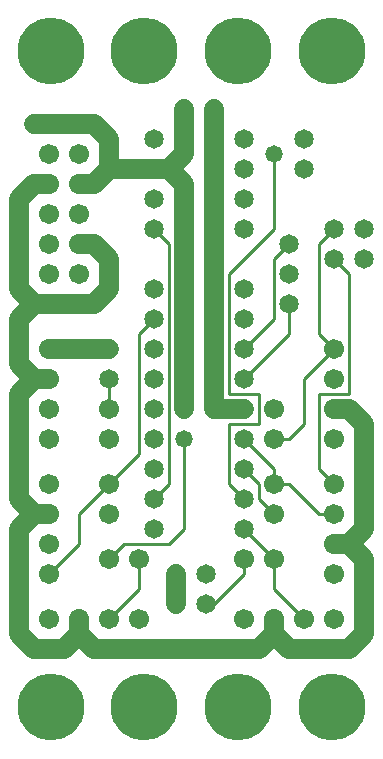
<source format=gtl>
%MOIN*%
%FSLAX25Y25*%
G04 D10 used for Character Trace; *
G04     Circle (OD=.01000) (No hole)*
G04 D11 used for Power Trace; *
G04     Circle (OD=.06500) (No hole)*
G04 D12 used for Signal Trace; *
G04     Circle (OD=.01100) (No hole)*
G04 D13 used for Via; *
G04     Circle (OD=.05800) (Round. Hole ID=.02800)*
G04 D14 used for Component hole; *
G04     Circle (OD=.06500) (Round. Hole ID=.03500)*
G04 D15 used for Component hole; *
G04     Circle (OD=.06700) (Round. Hole ID=.04300)*
G04 D16 used for Component hole; *
G04     Circle (OD=.08100) (Round. Hole ID=.05100)*
G04 D17 used for Component hole; *
G04     Circle (OD=.08900) (Round. Hole ID=.05900)*
G04 D18 used for Component hole; *
G04     Circle (OD=.11300) (Round. Hole ID=.08300)*
G04 D19 used for Component hole; *
G04     Circle (OD=.16000) (Round. Hole ID=.13000)*
G04 D20 used for Component hole; *
G04     Circle (OD=.18300) (Round. Hole ID=.15300)*
G04 D21 used for Component hole; *
G04     Circle (OD=.22291) (Round. Hole ID=.19291)*
%ADD10C,.01000*%
%ADD11C,.06500*%
%ADD12C,.01100*%
%ADD13C,.05800*%
%ADD14C,.06500*%
%ADD15C,.06700*%
%ADD16C,.08100*%
%ADD17C,.08900*%
%ADD18C,.11300*%
%ADD19C,.16000*%
%ADD20C,.18300*%
%ADD21C,.22291*%
%IPPOS*%
%LPD*%
G90*X0Y0D02*D21*X15625Y15625D03*D11*              
X30000Y35000D02*X85000D01*X90000Y40000D01*        
X95000Y35000D01*X115000D01*X120000Y40000D01*      
Y65000D01*X115000Y70000D01*X110000D01*D15*D03*D11*
X115000D02*X120000Y75000D01*Y110000D01*           
X115000Y115000D01*X110000D01*D15*D03*D12*         
X105000Y120000D02*X115000D01*X105000Y95000D02*    
Y120000D01*X110000Y90000D02*X105000Y95000D01*D15* 
X110000Y90000D03*D12*X105000Y80000D02*X110000D01* 
D15*D03*D12*X105000D02*X95000Y90000D01*X90000D01* 
D15*D03*D12*Y95000D01*X80000Y105000D01*D14*D03*   
D12*X75000Y110000D02*X85000D01*X75000Y90000D02*   
Y110000D01*X80000Y85000D02*X75000Y90000D01*D14*   
X80000Y85000D03*D12*X85000D02*Y90000D01*          
X90000Y80000D02*X85000Y85000D01*D15*              
X90000Y80000D03*D12*X85000Y90000D02*              
X80000Y95000D01*D14*D03*D15*X90000Y105000D03*D12* 
X95000D01*X100000Y110000D01*Y125000D01*           
X110000Y135000D01*D15*D03*D12*X105000Y140000D01*  
Y170000D01*X110000Y175000D01*D14*D03*             
X120000Y165000D03*Y175000D03*X110000Y165000D03*   
D12*X115000Y160000D01*Y120000D01*D15*             
X110000Y125000D03*Y105000D03*D12*X80000Y125000D02*
X95000Y140000D01*D14*X80000Y125000D03*D12*        
X85000Y110000D02*Y120000D01*D15*X90000Y115000D03* 
D14*X80000D03*D11*X70000D01*Y165000D01*D14*D03*   
D11*Y215000D01*D14*D03*X80000Y205000D03*          
X60000Y215000D03*D11*Y200000D01*X55000Y195000D01* 
X60000Y190000D01*Y165000D01*D14*D03*D11*          
Y115000D01*D13*D03*D14*X50000Y125000D03*          
Y105000D03*Y115000D03*D13*X60000Y105000D03*D12*   
Y75000D01*X55000Y70000D01*X40000D01*              
X35000Y65000D01*D15*D03*D12*Y45000D02*            
X45000Y55000D01*D15*X35000Y45000D03*D12*          
X45000Y55000D02*Y65000D01*D15*D03*D14*            
X57500Y60000D03*D11*Y50000D01*D14*D03*            
X67500Y60000D03*Y50000D03*D12*X70000D01*          
X80000Y60000D01*Y65000D01*D15*D03*D12*            
X100000Y45000D02*X90000Y55000D01*D15*             
X100000Y45000D03*D12*X90000Y55000D02*Y65000D01*   
D15*D03*D12*X80000Y75000D01*D14*D03*D12*          
X50000Y85000D02*X55000Y90000D01*D14*              
X50000Y85000D03*D12*X55000Y90000D02*Y170000D01*   
X50000Y175000D01*D14*D03*Y185000D03*D11*          
X35000Y155000D02*Y165000D01*X30000Y150000D02*     
X35000Y155000D01*X10000Y150000D02*X30000D01*      
X5000Y145000D02*X10000Y150000D01*X5000Y130000D02* 
Y145000D01*X10000Y125000D02*X5000Y130000D01*      
Y120000D02*X10000Y125000D01*X5000Y85000D02*       
Y120000D01*X10000Y80000D02*X5000Y85000D01*        
Y75000D02*X10000Y80000D01*X5000Y40000D02*         
Y75000D01*X10000Y35000D02*X5000Y40000D01*         
X10000Y35000D02*X20000D01*X25000Y40000D01*        
X30000Y35000D01*X25000Y40000D02*Y45000D01*D15*D03*
X15000D03*Y60000D03*D12*X25000Y70000D01*Y80000D01*
X35000Y90000D01*D15*D03*D12*X45000Y100000D01*     
Y140000D01*X50000Y145000D01*D14*D03*Y155000D03*   
Y135000D03*X35000D03*D11*X15000D01*D15*D03*D11*   
X10000Y125000D02*X15000D01*D15*D03*Y115000D03*    
X35000Y105000D03*Y115000D03*D12*Y125000D01*D14*   
D03*D15*X15000Y105000D03*D11*X10000Y150000D02*    
X5000Y155000D01*Y185000D01*X10000Y190000D01*      
X15000D01*D15*D03*X25000Y180000D03*Y200000D03*    
Y190000D03*D11*X30000D01*X35000Y195000D01*        
X50000D01*D14*D03*D11*X55000D01*D14*              
X50000Y205000D03*D11*X35000Y195000D02*Y205000D01* 
X30000Y210000D01*X10000D01*D13*D03*D15*           
X15000Y200000D03*D21*X15625Y234375D03*D15*        
X15000Y180000D03*D21*X46875Y234375D03*D15*        
X15000Y170000D03*X25000D03*D11*X30000D01*         
X35000Y165000D01*D15*X25000Y160000D03*X15000D03*  
D12*X75000Y120000D02*Y160000D01*Y120000D02*       
X85000D01*D14*X80000Y135000D03*D12*               
X90000Y145000D01*Y165000D01*X95000Y170000D01*D14* 
D03*D12*X75000Y160000D02*X90000Y175000D01*D14*    
X80000Y155000D03*D12*X90000Y175000D02*Y200000D01* 
D13*D03*D14*X100000Y195000D03*Y205000D03*         
X80000Y195000D03*Y185000D03*Y175000D03*D21*       
X109375Y234375D03*X78125D03*D14*X95000Y160000D03* 
Y150000D03*D12*Y140000D01*D14*X80000Y145000D03*   
X50000Y95000D03*D15*X35000Y80000D03*D14*          
X50000Y75000D03*D15*X110000Y60000D03*             
X15000Y90000D03*Y80000D03*D11*X10000D01*D15*      
X15000Y70000D03*X45000Y45000D03*D21*              
X46875Y15625D03*X78125D03*D15*X80000Y45000D03*D11*
X90000Y40000D02*Y45000D01*D15*D03*X110000D03*D21* 
X109375Y15625D03*M02*                             

</source>
